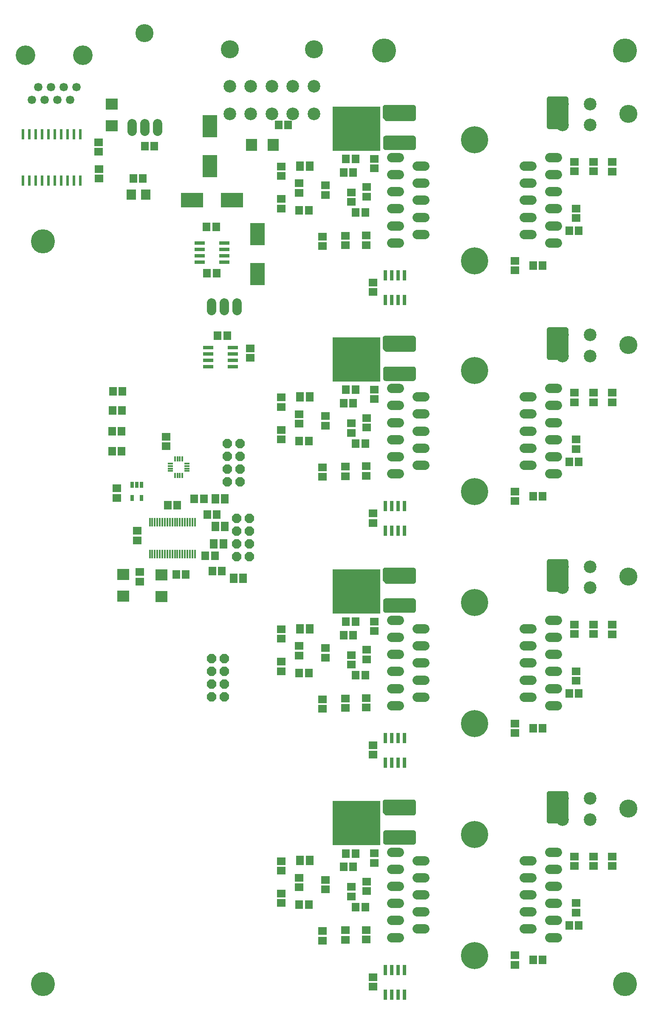
<source format=gbr>
G04 EAGLE Gerber RS-274X export*
G75*
%MOMM*%
%FSLAX34Y34*%
%LPD*%
%INSoldermask Top*%
%IPPOS*%
%AMOC8*
5,1,8,0,0,1.08239X$1,22.5*%
G01*
%ADD10C,4.800000*%
%ADD11C,3.600000*%
%ADD12R,1.760000X1.560000*%
%ADD13R,1.560000X1.760000*%
%ADD14C,1.828800*%
%ADD15R,1.060000X0.360000*%
%ADD16R,0.360000X1.060000*%
%ADD17R,0.612963X2.023363*%
%ADD18R,2.020819X0.718919*%
%ADD19R,0.360000X1.760000*%
%ADD20R,0.660000X1.310000*%
%ADD21R,1.560000X1.860000*%
%ADD22R,1.920000X2.123000*%
%ADD23C,1.689600*%
%ADD24C,3.901438*%
%ADD25R,3.000000X4.500000*%
%ADD26R,4.500000X3.000000*%
%ADD27R,2.243997X2.373997*%
%ADD28R,2.373997X2.243997*%
%ADD29P,1.979475X8X292.500000*%
%ADD30C,2.520000*%
%ADD31R,0.718919X2.020819*%
%ADD32R,4.134000X1.944000*%
%ADD33R,9.510000X8.870000*%
%ADD34C,5.400000*%
%ADD35P,1.979475X8X112.500000*%

G36*
X1112185Y1774012D02*
X1112185Y1774012D01*
X1112370Y1774014D01*
X1112500Y1774032D01*
X1112631Y1774041D01*
X1112812Y1774076D01*
X1112996Y1774101D01*
X1113122Y1774135D01*
X1113252Y1774160D01*
X1113428Y1774218D01*
X1113606Y1774266D01*
X1113727Y1774316D01*
X1113852Y1774357D01*
X1114020Y1774436D01*
X1114190Y1774506D01*
X1114305Y1774571D01*
X1114423Y1774627D01*
X1114579Y1774727D01*
X1114740Y1774819D01*
X1114845Y1774897D01*
X1114956Y1774968D01*
X1115098Y1775087D01*
X1115246Y1775198D01*
X1115340Y1775289D01*
X1115441Y1775373D01*
X1115567Y1775509D01*
X1115700Y1775638D01*
X1115782Y1775740D01*
X1115871Y1775837D01*
X1115979Y1775987D01*
X1116094Y1776131D01*
X1116163Y1776244D01*
X1116239Y1776350D01*
X1116327Y1776513D01*
X1116424Y1776671D01*
X1116477Y1776791D01*
X1116540Y1776906D01*
X1116606Y1777079D01*
X1116682Y1777248D01*
X1116720Y1777373D01*
X1116768Y1777496D01*
X1116812Y1777676D01*
X1116866Y1777853D01*
X1116888Y1777982D01*
X1116919Y1778110D01*
X1116941Y1778293D01*
X1116972Y1778476D01*
X1116980Y1778629D01*
X1116992Y1778737D01*
X1116991Y1778846D01*
X1116999Y1779000D01*
X1116999Y1834000D01*
X1116988Y1834185D01*
X1116986Y1834370D01*
X1116968Y1834500D01*
X1116959Y1834631D01*
X1116924Y1834812D01*
X1116899Y1834996D01*
X1116865Y1835122D01*
X1116840Y1835252D01*
X1116782Y1835428D01*
X1116734Y1835606D01*
X1116684Y1835727D01*
X1116643Y1835852D01*
X1116564Y1836020D01*
X1116494Y1836190D01*
X1116429Y1836305D01*
X1116373Y1836423D01*
X1116273Y1836579D01*
X1116182Y1836740D01*
X1116103Y1836845D01*
X1116032Y1836956D01*
X1115913Y1837098D01*
X1115802Y1837246D01*
X1115711Y1837340D01*
X1115627Y1837441D01*
X1115491Y1837567D01*
X1115362Y1837700D01*
X1115260Y1837782D01*
X1115163Y1837871D01*
X1115013Y1837979D01*
X1114869Y1838094D01*
X1114756Y1838163D01*
X1114650Y1838239D01*
X1114487Y1838327D01*
X1114329Y1838424D01*
X1114209Y1838477D01*
X1114094Y1838540D01*
X1113921Y1838606D01*
X1113752Y1838682D01*
X1113627Y1838720D01*
X1113504Y1838768D01*
X1113324Y1838812D01*
X1113147Y1838866D01*
X1113018Y1838888D01*
X1112890Y1838919D01*
X1112707Y1838941D01*
X1112524Y1838972D01*
X1112371Y1838980D01*
X1112263Y1838992D01*
X1112154Y1838991D01*
X1112000Y1838999D01*
X1079000Y1838999D01*
X1078815Y1838988D01*
X1078630Y1838986D01*
X1078500Y1838968D01*
X1078369Y1838959D01*
X1078188Y1838924D01*
X1078004Y1838899D01*
X1077878Y1838865D01*
X1077748Y1838840D01*
X1077572Y1838782D01*
X1077394Y1838734D01*
X1077273Y1838684D01*
X1077148Y1838643D01*
X1076980Y1838564D01*
X1076810Y1838494D01*
X1076695Y1838429D01*
X1076577Y1838373D01*
X1076421Y1838273D01*
X1076260Y1838182D01*
X1076155Y1838103D01*
X1076044Y1838032D01*
X1075902Y1837913D01*
X1075754Y1837802D01*
X1075660Y1837711D01*
X1075559Y1837627D01*
X1075433Y1837491D01*
X1075300Y1837362D01*
X1075218Y1837260D01*
X1075129Y1837163D01*
X1075021Y1837013D01*
X1074906Y1836869D01*
X1074837Y1836756D01*
X1074761Y1836650D01*
X1074673Y1836487D01*
X1074576Y1836329D01*
X1074523Y1836209D01*
X1074460Y1836094D01*
X1074394Y1835921D01*
X1074318Y1835752D01*
X1074280Y1835627D01*
X1074232Y1835504D01*
X1074188Y1835324D01*
X1074134Y1835147D01*
X1074112Y1835018D01*
X1074081Y1834890D01*
X1074059Y1834707D01*
X1074028Y1834524D01*
X1074020Y1834371D01*
X1074008Y1834263D01*
X1074008Y1834255D01*
X1074008Y1834254D01*
X1074009Y1834152D01*
X1074001Y1834000D01*
X1074001Y1779000D01*
X1074012Y1778815D01*
X1074014Y1778630D01*
X1074032Y1778500D01*
X1074041Y1778369D01*
X1074076Y1778188D01*
X1074101Y1778004D01*
X1074135Y1777878D01*
X1074160Y1777748D01*
X1074218Y1777572D01*
X1074266Y1777394D01*
X1074316Y1777273D01*
X1074357Y1777148D01*
X1074436Y1776980D01*
X1074506Y1776810D01*
X1074571Y1776695D01*
X1074627Y1776577D01*
X1074727Y1776421D01*
X1074819Y1776260D01*
X1074897Y1776155D01*
X1074968Y1776044D01*
X1075087Y1775902D01*
X1075198Y1775754D01*
X1075289Y1775660D01*
X1075373Y1775559D01*
X1075509Y1775433D01*
X1075638Y1775300D01*
X1075740Y1775218D01*
X1075837Y1775129D01*
X1075987Y1775021D01*
X1076131Y1774906D01*
X1076244Y1774837D01*
X1076350Y1774761D01*
X1076513Y1774673D01*
X1076671Y1774576D01*
X1076791Y1774523D01*
X1076906Y1774460D01*
X1077079Y1774394D01*
X1077248Y1774318D01*
X1077373Y1774280D01*
X1077496Y1774232D01*
X1077676Y1774188D01*
X1077853Y1774134D01*
X1077982Y1774112D01*
X1078110Y1774081D01*
X1078293Y1774059D01*
X1078476Y1774028D01*
X1078629Y1774020D01*
X1078737Y1774008D01*
X1078846Y1774009D01*
X1079000Y1774001D01*
X1112000Y1774001D01*
X1112185Y1774012D01*
G37*
G36*
X1112185Y1314012D02*
X1112185Y1314012D01*
X1112370Y1314014D01*
X1112500Y1314032D01*
X1112631Y1314041D01*
X1112812Y1314076D01*
X1112996Y1314101D01*
X1113122Y1314135D01*
X1113252Y1314160D01*
X1113428Y1314218D01*
X1113606Y1314266D01*
X1113727Y1314316D01*
X1113852Y1314357D01*
X1114020Y1314436D01*
X1114190Y1314506D01*
X1114305Y1314571D01*
X1114423Y1314627D01*
X1114579Y1314727D01*
X1114740Y1314819D01*
X1114845Y1314897D01*
X1114956Y1314968D01*
X1115098Y1315087D01*
X1115246Y1315198D01*
X1115340Y1315289D01*
X1115441Y1315373D01*
X1115567Y1315509D01*
X1115700Y1315638D01*
X1115782Y1315740D01*
X1115871Y1315837D01*
X1115979Y1315987D01*
X1116094Y1316131D01*
X1116163Y1316244D01*
X1116239Y1316350D01*
X1116327Y1316513D01*
X1116424Y1316671D01*
X1116477Y1316791D01*
X1116540Y1316906D01*
X1116606Y1317079D01*
X1116682Y1317248D01*
X1116720Y1317373D01*
X1116768Y1317496D01*
X1116812Y1317676D01*
X1116866Y1317853D01*
X1116888Y1317982D01*
X1116919Y1318110D01*
X1116941Y1318293D01*
X1116972Y1318476D01*
X1116980Y1318629D01*
X1116992Y1318737D01*
X1116991Y1318846D01*
X1116999Y1319000D01*
X1116999Y1374000D01*
X1116988Y1374185D01*
X1116986Y1374370D01*
X1116968Y1374500D01*
X1116959Y1374631D01*
X1116924Y1374812D01*
X1116899Y1374996D01*
X1116865Y1375122D01*
X1116840Y1375252D01*
X1116782Y1375428D01*
X1116734Y1375606D01*
X1116684Y1375727D01*
X1116643Y1375852D01*
X1116564Y1376020D01*
X1116494Y1376190D01*
X1116429Y1376305D01*
X1116373Y1376423D01*
X1116273Y1376579D01*
X1116182Y1376740D01*
X1116103Y1376845D01*
X1116032Y1376956D01*
X1115913Y1377098D01*
X1115802Y1377246D01*
X1115711Y1377340D01*
X1115627Y1377441D01*
X1115491Y1377567D01*
X1115362Y1377700D01*
X1115260Y1377782D01*
X1115163Y1377871D01*
X1115013Y1377979D01*
X1114869Y1378094D01*
X1114756Y1378163D01*
X1114650Y1378239D01*
X1114487Y1378327D01*
X1114329Y1378424D01*
X1114209Y1378477D01*
X1114094Y1378540D01*
X1113921Y1378606D01*
X1113752Y1378682D01*
X1113627Y1378720D01*
X1113504Y1378768D01*
X1113324Y1378812D01*
X1113147Y1378866D01*
X1113018Y1378888D01*
X1112890Y1378919D01*
X1112707Y1378941D01*
X1112524Y1378972D01*
X1112371Y1378980D01*
X1112263Y1378992D01*
X1112154Y1378991D01*
X1112000Y1378999D01*
X1079000Y1378999D01*
X1078815Y1378988D01*
X1078630Y1378986D01*
X1078500Y1378968D01*
X1078369Y1378959D01*
X1078188Y1378924D01*
X1078004Y1378899D01*
X1077878Y1378865D01*
X1077748Y1378840D01*
X1077572Y1378782D01*
X1077394Y1378734D01*
X1077273Y1378684D01*
X1077148Y1378643D01*
X1076980Y1378564D01*
X1076810Y1378494D01*
X1076695Y1378429D01*
X1076577Y1378373D01*
X1076421Y1378273D01*
X1076260Y1378182D01*
X1076155Y1378103D01*
X1076044Y1378032D01*
X1075902Y1377913D01*
X1075754Y1377802D01*
X1075660Y1377711D01*
X1075559Y1377627D01*
X1075433Y1377491D01*
X1075300Y1377362D01*
X1075218Y1377260D01*
X1075129Y1377163D01*
X1075021Y1377013D01*
X1074906Y1376869D01*
X1074837Y1376756D01*
X1074761Y1376650D01*
X1074673Y1376487D01*
X1074576Y1376329D01*
X1074523Y1376209D01*
X1074460Y1376094D01*
X1074394Y1375921D01*
X1074318Y1375752D01*
X1074280Y1375627D01*
X1074232Y1375504D01*
X1074188Y1375324D01*
X1074134Y1375147D01*
X1074112Y1375018D01*
X1074081Y1374890D01*
X1074059Y1374707D01*
X1074028Y1374524D01*
X1074020Y1374371D01*
X1074008Y1374263D01*
X1074008Y1374255D01*
X1074008Y1374254D01*
X1074009Y1374152D01*
X1074001Y1374000D01*
X1074001Y1319000D01*
X1074012Y1318815D01*
X1074014Y1318630D01*
X1074032Y1318500D01*
X1074041Y1318369D01*
X1074076Y1318188D01*
X1074101Y1318004D01*
X1074135Y1317878D01*
X1074160Y1317748D01*
X1074218Y1317572D01*
X1074266Y1317394D01*
X1074316Y1317273D01*
X1074357Y1317148D01*
X1074436Y1316980D01*
X1074506Y1316810D01*
X1074571Y1316695D01*
X1074627Y1316577D01*
X1074727Y1316421D01*
X1074819Y1316260D01*
X1074897Y1316155D01*
X1074968Y1316044D01*
X1075087Y1315902D01*
X1075198Y1315754D01*
X1075289Y1315660D01*
X1075373Y1315559D01*
X1075509Y1315433D01*
X1075638Y1315300D01*
X1075740Y1315218D01*
X1075837Y1315129D01*
X1075987Y1315021D01*
X1076131Y1314906D01*
X1076244Y1314837D01*
X1076350Y1314761D01*
X1076513Y1314673D01*
X1076671Y1314576D01*
X1076791Y1314523D01*
X1076906Y1314460D01*
X1077079Y1314394D01*
X1077248Y1314318D01*
X1077373Y1314280D01*
X1077496Y1314232D01*
X1077676Y1314188D01*
X1077853Y1314134D01*
X1077982Y1314112D01*
X1078110Y1314081D01*
X1078293Y1314059D01*
X1078476Y1314028D01*
X1078629Y1314020D01*
X1078737Y1314008D01*
X1078846Y1314009D01*
X1079000Y1314001D01*
X1112000Y1314001D01*
X1112185Y1314012D01*
G37*
G36*
X1112185Y852012D02*
X1112185Y852012D01*
X1112370Y852014D01*
X1112500Y852032D01*
X1112631Y852041D01*
X1112812Y852076D01*
X1112996Y852101D01*
X1113122Y852135D01*
X1113252Y852160D01*
X1113428Y852218D01*
X1113606Y852266D01*
X1113727Y852316D01*
X1113852Y852357D01*
X1114020Y852436D01*
X1114190Y852506D01*
X1114305Y852571D01*
X1114423Y852627D01*
X1114579Y852727D01*
X1114740Y852819D01*
X1114845Y852897D01*
X1114956Y852968D01*
X1115098Y853087D01*
X1115246Y853198D01*
X1115340Y853289D01*
X1115441Y853373D01*
X1115567Y853509D01*
X1115700Y853638D01*
X1115782Y853740D01*
X1115871Y853837D01*
X1115979Y853987D01*
X1116094Y854131D01*
X1116163Y854244D01*
X1116239Y854350D01*
X1116327Y854513D01*
X1116424Y854671D01*
X1116477Y854791D01*
X1116540Y854906D01*
X1116606Y855079D01*
X1116682Y855248D01*
X1116720Y855373D01*
X1116768Y855496D01*
X1116812Y855676D01*
X1116866Y855853D01*
X1116888Y855982D01*
X1116919Y856110D01*
X1116941Y856293D01*
X1116972Y856476D01*
X1116980Y856629D01*
X1116992Y856737D01*
X1116991Y856846D01*
X1116999Y857000D01*
X1116999Y912000D01*
X1116988Y912185D01*
X1116986Y912370D01*
X1116968Y912500D01*
X1116959Y912631D01*
X1116924Y912812D01*
X1116899Y912996D01*
X1116865Y913122D01*
X1116840Y913252D01*
X1116782Y913428D01*
X1116734Y913606D01*
X1116684Y913727D01*
X1116643Y913852D01*
X1116564Y914020D01*
X1116494Y914190D01*
X1116429Y914305D01*
X1116373Y914423D01*
X1116273Y914579D01*
X1116182Y914740D01*
X1116103Y914845D01*
X1116032Y914956D01*
X1115913Y915098D01*
X1115802Y915246D01*
X1115711Y915340D01*
X1115627Y915441D01*
X1115491Y915567D01*
X1115362Y915700D01*
X1115260Y915782D01*
X1115163Y915871D01*
X1115013Y915979D01*
X1114869Y916094D01*
X1114756Y916163D01*
X1114650Y916239D01*
X1114487Y916327D01*
X1114329Y916424D01*
X1114209Y916477D01*
X1114094Y916540D01*
X1113921Y916606D01*
X1113752Y916682D01*
X1113627Y916720D01*
X1113504Y916768D01*
X1113324Y916812D01*
X1113147Y916866D01*
X1113018Y916888D01*
X1112890Y916919D01*
X1112707Y916941D01*
X1112524Y916972D01*
X1112371Y916980D01*
X1112263Y916992D01*
X1112154Y916991D01*
X1112000Y916999D01*
X1079000Y916999D01*
X1078815Y916988D01*
X1078630Y916986D01*
X1078500Y916968D01*
X1078369Y916959D01*
X1078188Y916924D01*
X1078004Y916899D01*
X1077878Y916865D01*
X1077748Y916840D01*
X1077572Y916782D01*
X1077394Y916734D01*
X1077273Y916684D01*
X1077148Y916643D01*
X1076980Y916564D01*
X1076810Y916494D01*
X1076695Y916429D01*
X1076577Y916373D01*
X1076421Y916273D01*
X1076260Y916182D01*
X1076155Y916103D01*
X1076044Y916032D01*
X1075902Y915913D01*
X1075754Y915802D01*
X1075660Y915711D01*
X1075559Y915627D01*
X1075433Y915491D01*
X1075300Y915362D01*
X1075218Y915260D01*
X1075129Y915163D01*
X1075021Y915013D01*
X1074906Y914869D01*
X1074837Y914756D01*
X1074761Y914650D01*
X1074673Y914487D01*
X1074576Y914329D01*
X1074523Y914209D01*
X1074460Y914094D01*
X1074394Y913921D01*
X1074318Y913752D01*
X1074280Y913627D01*
X1074232Y913504D01*
X1074188Y913324D01*
X1074134Y913147D01*
X1074112Y913018D01*
X1074081Y912890D01*
X1074059Y912707D01*
X1074028Y912524D01*
X1074020Y912371D01*
X1074008Y912263D01*
X1074008Y912255D01*
X1074008Y912254D01*
X1074009Y912152D01*
X1074001Y912000D01*
X1074001Y857000D01*
X1074012Y856815D01*
X1074014Y856630D01*
X1074032Y856500D01*
X1074041Y856369D01*
X1074076Y856188D01*
X1074101Y856004D01*
X1074135Y855878D01*
X1074160Y855748D01*
X1074218Y855572D01*
X1074266Y855394D01*
X1074316Y855273D01*
X1074357Y855148D01*
X1074436Y854980D01*
X1074506Y854810D01*
X1074571Y854695D01*
X1074627Y854577D01*
X1074727Y854421D01*
X1074819Y854260D01*
X1074897Y854155D01*
X1074968Y854044D01*
X1075087Y853902D01*
X1075198Y853754D01*
X1075289Y853660D01*
X1075373Y853559D01*
X1075509Y853433D01*
X1075638Y853300D01*
X1075740Y853218D01*
X1075837Y853129D01*
X1075987Y853021D01*
X1076131Y852906D01*
X1076244Y852837D01*
X1076350Y852761D01*
X1076513Y852673D01*
X1076671Y852576D01*
X1076791Y852523D01*
X1076906Y852460D01*
X1077079Y852394D01*
X1077248Y852318D01*
X1077373Y852280D01*
X1077496Y852232D01*
X1077676Y852188D01*
X1077853Y852134D01*
X1077982Y852112D01*
X1078110Y852081D01*
X1078293Y852059D01*
X1078476Y852028D01*
X1078629Y852020D01*
X1078737Y852008D01*
X1078846Y852009D01*
X1079000Y852001D01*
X1112000Y852001D01*
X1112185Y852012D01*
G37*
G36*
X1112185Y390012D02*
X1112185Y390012D01*
X1112370Y390014D01*
X1112500Y390032D01*
X1112631Y390041D01*
X1112812Y390076D01*
X1112996Y390101D01*
X1113122Y390135D01*
X1113252Y390160D01*
X1113428Y390218D01*
X1113606Y390266D01*
X1113727Y390316D01*
X1113852Y390357D01*
X1114020Y390436D01*
X1114190Y390506D01*
X1114305Y390571D01*
X1114423Y390627D01*
X1114579Y390727D01*
X1114740Y390819D01*
X1114845Y390897D01*
X1114956Y390968D01*
X1115098Y391087D01*
X1115246Y391198D01*
X1115340Y391289D01*
X1115441Y391373D01*
X1115567Y391509D01*
X1115700Y391638D01*
X1115782Y391740D01*
X1115871Y391837D01*
X1115979Y391987D01*
X1116094Y392131D01*
X1116163Y392244D01*
X1116239Y392350D01*
X1116327Y392513D01*
X1116424Y392671D01*
X1116477Y392791D01*
X1116540Y392906D01*
X1116606Y393079D01*
X1116682Y393248D01*
X1116720Y393373D01*
X1116768Y393496D01*
X1116812Y393676D01*
X1116866Y393853D01*
X1116888Y393982D01*
X1116919Y394110D01*
X1116941Y394293D01*
X1116972Y394476D01*
X1116980Y394629D01*
X1116992Y394737D01*
X1116991Y394846D01*
X1116999Y395000D01*
X1116999Y450000D01*
X1116988Y450185D01*
X1116986Y450370D01*
X1116968Y450500D01*
X1116959Y450631D01*
X1116924Y450812D01*
X1116899Y450996D01*
X1116865Y451122D01*
X1116840Y451252D01*
X1116782Y451428D01*
X1116734Y451606D01*
X1116684Y451727D01*
X1116643Y451852D01*
X1116564Y452020D01*
X1116494Y452190D01*
X1116429Y452305D01*
X1116373Y452423D01*
X1116273Y452579D01*
X1116182Y452740D01*
X1116103Y452845D01*
X1116032Y452956D01*
X1115913Y453098D01*
X1115802Y453246D01*
X1115711Y453340D01*
X1115627Y453441D01*
X1115491Y453567D01*
X1115362Y453700D01*
X1115260Y453782D01*
X1115163Y453871D01*
X1115013Y453979D01*
X1114869Y454094D01*
X1114756Y454163D01*
X1114650Y454239D01*
X1114487Y454327D01*
X1114329Y454424D01*
X1114209Y454477D01*
X1114094Y454540D01*
X1113921Y454606D01*
X1113752Y454682D01*
X1113627Y454720D01*
X1113504Y454768D01*
X1113324Y454812D01*
X1113147Y454866D01*
X1113018Y454888D01*
X1112890Y454919D01*
X1112707Y454941D01*
X1112524Y454972D01*
X1112371Y454980D01*
X1112263Y454992D01*
X1112154Y454991D01*
X1112000Y454999D01*
X1079000Y454999D01*
X1078815Y454988D01*
X1078630Y454986D01*
X1078500Y454968D01*
X1078369Y454959D01*
X1078188Y454924D01*
X1078004Y454899D01*
X1077878Y454865D01*
X1077748Y454840D01*
X1077572Y454782D01*
X1077394Y454734D01*
X1077273Y454684D01*
X1077148Y454643D01*
X1076980Y454564D01*
X1076810Y454494D01*
X1076695Y454429D01*
X1076577Y454373D01*
X1076421Y454273D01*
X1076260Y454182D01*
X1076155Y454103D01*
X1076044Y454032D01*
X1075902Y453913D01*
X1075754Y453802D01*
X1075660Y453711D01*
X1075559Y453627D01*
X1075433Y453491D01*
X1075300Y453362D01*
X1075218Y453260D01*
X1075129Y453163D01*
X1075021Y453013D01*
X1074906Y452869D01*
X1074837Y452756D01*
X1074761Y452650D01*
X1074673Y452487D01*
X1074576Y452329D01*
X1074523Y452209D01*
X1074460Y452094D01*
X1074394Y451921D01*
X1074318Y451752D01*
X1074280Y451627D01*
X1074232Y451504D01*
X1074188Y451324D01*
X1074134Y451147D01*
X1074112Y451018D01*
X1074081Y450890D01*
X1074059Y450707D01*
X1074028Y450524D01*
X1074020Y450371D01*
X1074008Y450263D01*
X1074008Y450255D01*
X1074008Y450254D01*
X1074009Y450152D01*
X1074001Y450000D01*
X1074001Y395000D01*
X1074012Y394815D01*
X1074014Y394630D01*
X1074032Y394500D01*
X1074041Y394369D01*
X1074076Y394188D01*
X1074101Y394004D01*
X1074135Y393878D01*
X1074160Y393748D01*
X1074218Y393572D01*
X1074266Y393394D01*
X1074316Y393273D01*
X1074357Y393148D01*
X1074436Y392980D01*
X1074506Y392810D01*
X1074571Y392695D01*
X1074627Y392577D01*
X1074727Y392421D01*
X1074819Y392260D01*
X1074897Y392155D01*
X1074968Y392044D01*
X1075087Y391902D01*
X1075198Y391754D01*
X1075289Y391660D01*
X1075373Y391559D01*
X1075509Y391433D01*
X1075638Y391300D01*
X1075740Y391218D01*
X1075837Y391129D01*
X1075987Y391021D01*
X1076131Y390906D01*
X1076244Y390837D01*
X1076350Y390761D01*
X1076513Y390673D01*
X1076671Y390576D01*
X1076791Y390523D01*
X1076906Y390460D01*
X1077079Y390394D01*
X1077248Y390318D01*
X1077373Y390280D01*
X1077496Y390232D01*
X1077676Y390188D01*
X1077853Y390134D01*
X1077982Y390112D01*
X1078110Y390081D01*
X1078293Y390059D01*
X1078476Y390028D01*
X1078629Y390020D01*
X1078737Y390008D01*
X1078846Y390009D01*
X1079000Y390001D01*
X1112000Y390001D01*
X1112185Y390012D01*
G37*
G36*
X808185Y1790012D02*
X808185Y1790012D01*
X808370Y1790014D01*
X808500Y1790032D01*
X808631Y1790041D01*
X808812Y1790076D01*
X808996Y1790101D01*
X809122Y1790135D01*
X809252Y1790160D01*
X809428Y1790218D01*
X809606Y1790266D01*
X809727Y1790316D01*
X809852Y1790357D01*
X810020Y1790436D01*
X810190Y1790506D01*
X810305Y1790571D01*
X810423Y1790627D01*
X810579Y1790727D01*
X810740Y1790819D01*
X810845Y1790897D01*
X810956Y1790968D01*
X811098Y1791087D01*
X811246Y1791198D01*
X811340Y1791289D01*
X811441Y1791373D01*
X811567Y1791509D01*
X811700Y1791638D01*
X811782Y1791740D01*
X811871Y1791837D01*
X811979Y1791987D01*
X812094Y1792131D01*
X812163Y1792244D01*
X812239Y1792350D01*
X812327Y1792513D01*
X812424Y1792671D01*
X812477Y1792791D01*
X812540Y1792906D01*
X812606Y1793079D01*
X812682Y1793248D01*
X812720Y1793373D01*
X812768Y1793496D01*
X812812Y1793676D01*
X812866Y1793853D01*
X812888Y1793982D01*
X812919Y1794110D01*
X812941Y1794293D01*
X812972Y1794476D01*
X812980Y1794629D01*
X812992Y1794737D01*
X812991Y1794846D01*
X812999Y1795000D01*
X812999Y1817000D01*
X812988Y1817185D01*
X812986Y1817370D01*
X812968Y1817500D01*
X812959Y1817631D01*
X812924Y1817812D01*
X812899Y1817996D01*
X812865Y1818122D01*
X812840Y1818252D01*
X812782Y1818428D01*
X812734Y1818606D01*
X812684Y1818727D01*
X812643Y1818852D01*
X812564Y1819020D01*
X812494Y1819190D01*
X812429Y1819305D01*
X812373Y1819423D01*
X812273Y1819579D01*
X812182Y1819740D01*
X812103Y1819845D01*
X812032Y1819956D01*
X811913Y1820098D01*
X811802Y1820246D01*
X811711Y1820340D01*
X811627Y1820441D01*
X811491Y1820567D01*
X811362Y1820700D01*
X811260Y1820782D01*
X811163Y1820871D01*
X811013Y1820979D01*
X810869Y1821094D01*
X810756Y1821163D01*
X810650Y1821239D01*
X810487Y1821327D01*
X810329Y1821424D01*
X810209Y1821477D01*
X810094Y1821540D01*
X809921Y1821606D01*
X809752Y1821682D01*
X809627Y1821720D01*
X809504Y1821768D01*
X809324Y1821812D01*
X809147Y1821866D01*
X809018Y1821888D01*
X808890Y1821919D01*
X808707Y1821941D01*
X808524Y1821972D01*
X808371Y1821980D01*
X808263Y1821992D01*
X808154Y1821991D01*
X808000Y1821999D01*
X752000Y1821999D01*
X751815Y1821988D01*
X751630Y1821986D01*
X751500Y1821968D01*
X751369Y1821959D01*
X751188Y1821924D01*
X751004Y1821899D01*
X750878Y1821865D01*
X750748Y1821840D01*
X750572Y1821782D01*
X750394Y1821734D01*
X750273Y1821684D01*
X750148Y1821643D01*
X749980Y1821564D01*
X749810Y1821494D01*
X749695Y1821429D01*
X749577Y1821373D01*
X749421Y1821273D01*
X749260Y1821182D01*
X749155Y1821103D01*
X749044Y1821032D01*
X748902Y1820913D01*
X748754Y1820802D01*
X748660Y1820711D01*
X748559Y1820627D01*
X748433Y1820491D01*
X748300Y1820362D01*
X748218Y1820260D01*
X748129Y1820163D01*
X748021Y1820013D01*
X747906Y1819869D01*
X747837Y1819756D01*
X747761Y1819650D01*
X747673Y1819487D01*
X747576Y1819329D01*
X747523Y1819209D01*
X747460Y1819094D01*
X747394Y1818921D01*
X747318Y1818752D01*
X747280Y1818627D01*
X747232Y1818504D01*
X747188Y1818324D01*
X747134Y1818147D01*
X747112Y1818018D01*
X747081Y1817890D01*
X747059Y1817707D01*
X747028Y1817524D01*
X747020Y1817371D01*
X747008Y1817263D01*
X747009Y1817154D01*
X747001Y1817000D01*
X747001Y1798000D01*
X747008Y1797881D01*
X747006Y1797762D01*
X747028Y1797566D01*
X747041Y1797369D01*
X747063Y1797252D01*
X747076Y1797133D01*
X747123Y1796942D01*
X747160Y1796748D01*
X747197Y1796635D01*
X747225Y1796519D01*
X747295Y1796335D01*
X747357Y1796148D01*
X747408Y1796040D01*
X747450Y1795928D01*
X747543Y1795755D01*
X747627Y1795577D01*
X747692Y1795476D01*
X747748Y1795371D01*
X747862Y1795210D01*
X747968Y1795044D01*
X748045Y1794952D01*
X748114Y1794855D01*
X748284Y1794667D01*
X748373Y1794559D01*
X748416Y1794520D01*
X748465Y1794465D01*
X751465Y1791465D01*
X751554Y1791386D01*
X751638Y1791300D01*
X751792Y1791177D01*
X751939Y1791047D01*
X752038Y1790980D01*
X752131Y1790906D01*
X752300Y1790803D01*
X752463Y1790693D01*
X752569Y1790639D01*
X752671Y1790576D01*
X752851Y1790496D01*
X753026Y1790407D01*
X753139Y1790367D01*
X753248Y1790318D01*
X753436Y1790261D01*
X753622Y1790195D01*
X753738Y1790169D01*
X753853Y1790134D01*
X754047Y1790101D01*
X754239Y1790059D01*
X754358Y1790048D01*
X754476Y1790028D01*
X754729Y1790015D01*
X754869Y1790002D01*
X754927Y1790005D01*
X755000Y1790001D01*
X808000Y1790001D01*
X808185Y1790012D01*
G37*
G36*
X808185Y1330012D02*
X808185Y1330012D01*
X808370Y1330014D01*
X808500Y1330032D01*
X808631Y1330041D01*
X808812Y1330076D01*
X808996Y1330101D01*
X809122Y1330135D01*
X809252Y1330160D01*
X809428Y1330218D01*
X809606Y1330266D01*
X809727Y1330316D01*
X809852Y1330357D01*
X810020Y1330436D01*
X810190Y1330506D01*
X810305Y1330571D01*
X810423Y1330627D01*
X810579Y1330727D01*
X810740Y1330819D01*
X810845Y1330897D01*
X810956Y1330968D01*
X811098Y1331087D01*
X811246Y1331198D01*
X811340Y1331289D01*
X811441Y1331373D01*
X811567Y1331509D01*
X811700Y1331638D01*
X811782Y1331740D01*
X811871Y1331837D01*
X811979Y1331987D01*
X812094Y1332131D01*
X812163Y1332244D01*
X812239Y1332350D01*
X812327Y1332513D01*
X812424Y1332671D01*
X812477Y1332791D01*
X812540Y1332906D01*
X812606Y1333079D01*
X812682Y1333248D01*
X812720Y1333373D01*
X812768Y1333496D01*
X812812Y1333676D01*
X812866Y1333853D01*
X812888Y1333982D01*
X812919Y1334110D01*
X812941Y1334293D01*
X812972Y1334476D01*
X812980Y1334629D01*
X812992Y1334737D01*
X812991Y1334846D01*
X812999Y1335000D01*
X812999Y1357000D01*
X812988Y1357185D01*
X812986Y1357370D01*
X812968Y1357500D01*
X812959Y1357631D01*
X812924Y1357812D01*
X812899Y1357996D01*
X812865Y1358122D01*
X812840Y1358252D01*
X812782Y1358428D01*
X812734Y1358606D01*
X812684Y1358727D01*
X812643Y1358852D01*
X812564Y1359020D01*
X812494Y1359190D01*
X812429Y1359305D01*
X812373Y1359423D01*
X812273Y1359579D01*
X812182Y1359740D01*
X812103Y1359845D01*
X812032Y1359956D01*
X811913Y1360098D01*
X811802Y1360246D01*
X811711Y1360340D01*
X811627Y1360441D01*
X811491Y1360567D01*
X811362Y1360700D01*
X811260Y1360782D01*
X811163Y1360871D01*
X811013Y1360979D01*
X810869Y1361094D01*
X810756Y1361163D01*
X810650Y1361239D01*
X810487Y1361327D01*
X810329Y1361424D01*
X810209Y1361477D01*
X810094Y1361540D01*
X809921Y1361606D01*
X809752Y1361682D01*
X809627Y1361720D01*
X809504Y1361768D01*
X809324Y1361812D01*
X809147Y1361866D01*
X809018Y1361888D01*
X808890Y1361919D01*
X808707Y1361941D01*
X808524Y1361972D01*
X808371Y1361980D01*
X808263Y1361992D01*
X808154Y1361991D01*
X808000Y1361999D01*
X752000Y1361999D01*
X751815Y1361988D01*
X751630Y1361986D01*
X751500Y1361968D01*
X751369Y1361959D01*
X751188Y1361924D01*
X751004Y1361899D01*
X750878Y1361865D01*
X750748Y1361840D01*
X750572Y1361782D01*
X750394Y1361734D01*
X750273Y1361684D01*
X750148Y1361643D01*
X749980Y1361564D01*
X749810Y1361494D01*
X749695Y1361429D01*
X749577Y1361373D01*
X749421Y1361273D01*
X749260Y1361182D01*
X749155Y1361103D01*
X749044Y1361032D01*
X748902Y1360913D01*
X748754Y1360802D01*
X748660Y1360711D01*
X748559Y1360627D01*
X748433Y1360491D01*
X748300Y1360362D01*
X748218Y1360260D01*
X748129Y1360163D01*
X748021Y1360013D01*
X747906Y1359869D01*
X747837Y1359756D01*
X747761Y1359650D01*
X747673Y1359487D01*
X747576Y1359329D01*
X747523Y1359209D01*
X747460Y1359094D01*
X747394Y1358921D01*
X747318Y1358752D01*
X747280Y1358627D01*
X747232Y1358504D01*
X747188Y1358324D01*
X747134Y1358147D01*
X747112Y1358018D01*
X747081Y1357890D01*
X747059Y1357707D01*
X747028Y1357524D01*
X747020Y1357371D01*
X747008Y1357263D01*
X747009Y1357154D01*
X747001Y1357000D01*
X747001Y1338000D01*
X747008Y1337881D01*
X747006Y1337762D01*
X747028Y1337566D01*
X747041Y1337369D01*
X747063Y1337252D01*
X747076Y1337133D01*
X747123Y1336942D01*
X747160Y1336748D01*
X747197Y1336635D01*
X747225Y1336519D01*
X747295Y1336335D01*
X747357Y1336148D01*
X747408Y1336040D01*
X747450Y1335928D01*
X747543Y1335755D01*
X747627Y1335577D01*
X747692Y1335476D01*
X747748Y1335371D01*
X747862Y1335210D01*
X747968Y1335044D01*
X748045Y1334952D01*
X748114Y1334855D01*
X748284Y1334667D01*
X748373Y1334559D01*
X748416Y1334520D01*
X748465Y1334465D01*
X751465Y1331465D01*
X751554Y1331386D01*
X751638Y1331300D01*
X751792Y1331177D01*
X751939Y1331047D01*
X752038Y1330980D01*
X752131Y1330906D01*
X752300Y1330803D01*
X752463Y1330693D01*
X752569Y1330639D01*
X752671Y1330576D01*
X752851Y1330496D01*
X753026Y1330407D01*
X753139Y1330367D01*
X753248Y1330318D01*
X753436Y1330261D01*
X753622Y1330195D01*
X753738Y1330169D01*
X753853Y1330134D01*
X754047Y1330101D01*
X754239Y1330059D01*
X754358Y1330048D01*
X754476Y1330028D01*
X754729Y1330015D01*
X754869Y1330002D01*
X754927Y1330005D01*
X755000Y1330001D01*
X808000Y1330001D01*
X808185Y1330012D01*
G37*
G36*
X808185Y868012D02*
X808185Y868012D01*
X808370Y868014D01*
X808500Y868032D01*
X808631Y868041D01*
X808812Y868076D01*
X808996Y868101D01*
X809122Y868135D01*
X809252Y868160D01*
X809428Y868218D01*
X809606Y868266D01*
X809727Y868316D01*
X809852Y868357D01*
X810020Y868436D01*
X810190Y868506D01*
X810305Y868571D01*
X810423Y868627D01*
X810579Y868727D01*
X810740Y868819D01*
X810845Y868897D01*
X810956Y868968D01*
X811098Y869087D01*
X811246Y869198D01*
X811340Y869289D01*
X811441Y869373D01*
X811567Y869509D01*
X811700Y869638D01*
X811782Y869740D01*
X811871Y869837D01*
X811979Y869987D01*
X812094Y870131D01*
X812163Y870244D01*
X812239Y870350D01*
X812327Y870513D01*
X812424Y870671D01*
X812477Y870791D01*
X812540Y870906D01*
X812606Y871079D01*
X812682Y871248D01*
X812720Y871373D01*
X812768Y871496D01*
X812812Y871676D01*
X812866Y871853D01*
X812888Y871982D01*
X812919Y872110D01*
X812941Y872293D01*
X812972Y872476D01*
X812980Y872629D01*
X812992Y872737D01*
X812991Y872846D01*
X812999Y873000D01*
X812999Y895000D01*
X812988Y895185D01*
X812986Y895370D01*
X812968Y895500D01*
X812959Y895631D01*
X812924Y895812D01*
X812899Y895996D01*
X812865Y896122D01*
X812840Y896252D01*
X812782Y896428D01*
X812734Y896606D01*
X812684Y896727D01*
X812643Y896852D01*
X812564Y897020D01*
X812494Y897190D01*
X812429Y897305D01*
X812373Y897423D01*
X812273Y897579D01*
X812182Y897740D01*
X812103Y897845D01*
X812032Y897956D01*
X811913Y898098D01*
X811802Y898246D01*
X811711Y898340D01*
X811627Y898441D01*
X811491Y898567D01*
X811362Y898700D01*
X811260Y898782D01*
X811163Y898871D01*
X811013Y898979D01*
X810869Y899094D01*
X810756Y899163D01*
X810650Y899239D01*
X810487Y899327D01*
X810329Y899424D01*
X810209Y899477D01*
X810094Y899540D01*
X809921Y899606D01*
X809752Y899682D01*
X809627Y899720D01*
X809504Y899768D01*
X809324Y899812D01*
X809147Y899866D01*
X809018Y899888D01*
X808890Y899919D01*
X808707Y899941D01*
X808524Y899972D01*
X808371Y899980D01*
X808263Y899992D01*
X808154Y899991D01*
X808000Y899999D01*
X752000Y899999D01*
X751815Y899988D01*
X751630Y899986D01*
X751500Y899968D01*
X751369Y899959D01*
X751188Y899924D01*
X751004Y899899D01*
X750878Y899865D01*
X750748Y899840D01*
X750572Y899782D01*
X750394Y899734D01*
X750273Y899684D01*
X750148Y899643D01*
X749980Y899564D01*
X749810Y899494D01*
X749695Y899429D01*
X749577Y899373D01*
X749421Y899273D01*
X749260Y899182D01*
X749155Y899103D01*
X749044Y899032D01*
X748902Y898913D01*
X748754Y898802D01*
X748660Y898711D01*
X748559Y898627D01*
X748433Y898491D01*
X748300Y898362D01*
X748218Y898260D01*
X748129Y898163D01*
X748021Y898013D01*
X747906Y897869D01*
X747837Y897756D01*
X747761Y897650D01*
X747673Y897487D01*
X747576Y897329D01*
X747523Y897209D01*
X747460Y897094D01*
X747394Y896921D01*
X747318Y896752D01*
X747280Y896627D01*
X747232Y896504D01*
X747188Y896324D01*
X747134Y896147D01*
X747112Y896018D01*
X747081Y895890D01*
X747059Y895707D01*
X747028Y895524D01*
X747020Y895371D01*
X747008Y895263D01*
X747009Y895154D01*
X747001Y895000D01*
X747001Y876000D01*
X747008Y875881D01*
X747006Y875762D01*
X747028Y875566D01*
X747041Y875369D01*
X747063Y875252D01*
X747076Y875133D01*
X747123Y874942D01*
X747160Y874748D01*
X747197Y874635D01*
X747225Y874519D01*
X747295Y874335D01*
X747357Y874148D01*
X747408Y874040D01*
X747450Y873928D01*
X747543Y873755D01*
X747627Y873577D01*
X747692Y873476D01*
X747748Y873371D01*
X747862Y873210D01*
X747968Y873044D01*
X748045Y872952D01*
X748114Y872855D01*
X748284Y872667D01*
X748373Y872559D01*
X748416Y872520D01*
X748465Y872465D01*
X751465Y869465D01*
X751554Y869386D01*
X751638Y869300D01*
X751792Y869177D01*
X751939Y869047D01*
X752038Y868980D01*
X752131Y868906D01*
X752300Y868803D01*
X752463Y868693D01*
X752569Y868639D01*
X752671Y868576D01*
X752851Y868496D01*
X753026Y868407D01*
X753139Y868367D01*
X753248Y868318D01*
X753436Y868261D01*
X753622Y868195D01*
X753738Y868169D01*
X753853Y868134D01*
X754047Y868101D01*
X754239Y868059D01*
X754358Y868048D01*
X754476Y868028D01*
X754729Y868015D01*
X754869Y868002D01*
X754927Y868005D01*
X755000Y868001D01*
X808000Y868001D01*
X808185Y868012D01*
G37*
G36*
X808185Y406012D02*
X808185Y406012D01*
X808370Y406014D01*
X808500Y406032D01*
X808631Y406041D01*
X808812Y406076D01*
X808996Y406101D01*
X809122Y406135D01*
X809252Y406160D01*
X809428Y406218D01*
X809606Y406266D01*
X809727Y406316D01*
X809852Y406357D01*
X810020Y406436D01*
X810190Y406506D01*
X810305Y406571D01*
X810423Y406627D01*
X810579Y406727D01*
X810740Y406819D01*
X810845Y406897D01*
X810956Y406968D01*
X811098Y407087D01*
X811246Y407198D01*
X811340Y407289D01*
X811441Y407373D01*
X811567Y407509D01*
X811700Y407638D01*
X811782Y407740D01*
X811871Y407837D01*
X811979Y407987D01*
X812094Y408131D01*
X812163Y408244D01*
X812239Y408350D01*
X812327Y408513D01*
X812424Y408671D01*
X812477Y408791D01*
X812540Y408906D01*
X812606Y409079D01*
X812682Y409248D01*
X812720Y409373D01*
X812768Y409496D01*
X812812Y409676D01*
X812866Y409853D01*
X812888Y409982D01*
X812919Y410110D01*
X812941Y410293D01*
X812972Y410476D01*
X812980Y410629D01*
X812992Y410737D01*
X812991Y410846D01*
X812999Y411000D01*
X812999Y433000D01*
X812988Y433185D01*
X812986Y433370D01*
X812968Y433500D01*
X812959Y433631D01*
X812924Y433812D01*
X812899Y433996D01*
X812865Y434122D01*
X812840Y434252D01*
X812782Y434428D01*
X812734Y434606D01*
X812684Y434727D01*
X812643Y434852D01*
X812564Y435020D01*
X812494Y435190D01*
X812429Y435305D01*
X812373Y435423D01*
X812273Y435579D01*
X812182Y435740D01*
X812103Y435845D01*
X812032Y435956D01*
X811913Y436098D01*
X811802Y436246D01*
X811711Y436340D01*
X811627Y436441D01*
X811491Y436567D01*
X811362Y436700D01*
X811260Y436782D01*
X811163Y436871D01*
X811013Y436979D01*
X810869Y437094D01*
X810756Y437163D01*
X810650Y437239D01*
X810487Y437327D01*
X810329Y437424D01*
X810209Y437477D01*
X810094Y437540D01*
X809921Y437606D01*
X809752Y437682D01*
X809627Y437720D01*
X809504Y437768D01*
X809324Y437812D01*
X809147Y437866D01*
X809018Y437888D01*
X808890Y437919D01*
X808707Y437941D01*
X808524Y437972D01*
X808371Y437980D01*
X808263Y437992D01*
X808154Y437991D01*
X808000Y437999D01*
X752000Y437999D01*
X751815Y437988D01*
X751630Y437986D01*
X751500Y437968D01*
X751369Y437959D01*
X751188Y437924D01*
X751004Y437899D01*
X750878Y437865D01*
X750748Y437840D01*
X750572Y437782D01*
X750394Y437734D01*
X750273Y437684D01*
X750148Y437643D01*
X749980Y437564D01*
X749810Y437494D01*
X749695Y437429D01*
X749577Y437373D01*
X749421Y437273D01*
X749260Y437182D01*
X749155Y437103D01*
X749044Y437032D01*
X748902Y436913D01*
X748754Y436802D01*
X748660Y436711D01*
X748559Y436627D01*
X748433Y436491D01*
X748300Y436362D01*
X748218Y436260D01*
X748129Y436163D01*
X748021Y436013D01*
X747906Y435869D01*
X747837Y435756D01*
X747761Y435650D01*
X747673Y435487D01*
X747576Y435329D01*
X747523Y435209D01*
X747460Y435094D01*
X747394Y434921D01*
X747318Y434752D01*
X747280Y434627D01*
X747232Y434504D01*
X747188Y434324D01*
X747134Y434147D01*
X747112Y434018D01*
X747081Y433890D01*
X747059Y433707D01*
X747028Y433524D01*
X747020Y433371D01*
X747008Y433263D01*
X747009Y433154D01*
X747001Y433000D01*
X747001Y414000D01*
X747008Y413881D01*
X747006Y413762D01*
X747028Y413566D01*
X747041Y413369D01*
X747063Y413252D01*
X747076Y413133D01*
X747123Y412942D01*
X747160Y412748D01*
X747197Y412635D01*
X747225Y412519D01*
X747295Y412335D01*
X747357Y412148D01*
X747408Y412040D01*
X747450Y411928D01*
X747543Y411755D01*
X747627Y411577D01*
X747692Y411476D01*
X747748Y411371D01*
X747862Y411210D01*
X747968Y411044D01*
X748045Y410952D01*
X748114Y410855D01*
X748284Y410667D01*
X748373Y410559D01*
X748416Y410520D01*
X748465Y410465D01*
X751465Y407465D01*
X751554Y407386D01*
X751638Y407300D01*
X751792Y407177D01*
X751939Y407047D01*
X752038Y406980D01*
X752131Y406906D01*
X752300Y406803D01*
X752463Y406693D01*
X752569Y406639D01*
X752671Y406576D01*
X752851Y406496D01*
X753026Y406407D01*
X753139Y406367D01*
X753248Y406318D01*
X753436Y406261D01*
X753622Y406195D01*
X753738Y406169D01*
X753853Y406134D01*
X754047Y406101D01*
X754239Y406059D01*
X754358Y406048D01*
X754476Y406028D01*
X754729Y406015D01*
X754869Y406002D01*
X754927Y406005D01*
X755000Y406001D01*
X808000Y406001D01*
X808185Y406012D01*
G37*
G36*
X808185Y1732012D02*
X808185Y1732012D01*
X808370Y1732014D01*
X808500Y1732032D01*
X808631Y1732041D01*
X808812Y1732076D01*
X808996Y1732101D01*
X809122Y1732135D01*
X809252Y1732160D01*
X809428Y1732218D01*
X809606Y1732266D01*
X809727Y1732316D01*
X809852Y1732357D01*
X810020Y1732436D01*
X810190Y1732506D01*
X810305Y1732571D01*
X810423Y1732627D01*
X810579Y1732727D01*
X810740Y1732819D01*
X810845Y1732897D01*
X810956Y1732968D01*
X811098Y1733087D01*
X811246Y1733198D01*
X811340Y1733289D01*
X811441Y1733373D01*
X811567Y1733509D01*
X811700Y1733638D01*
X811782Y1733740D01*
X811871Y1733837D01*
X811979Y1733987D01*
X812094Y1734131D01*
X812163Y1734244D01*
X812239Y1734350D01*
X812327Y1734513D01*
X812424Y1734671D01*
X812477Y1734791D01*
X812540Y1734906D01*
X812606Y1735079D01*
X812682Y1735248D01*
X812720Y1735373D01*
X812768Y1735496D01*
X812812Y1735676D01*
X812866Y1735853D01*
X812888Y1735982D01*
X812919Y1736110D01*
X812941Y1736293D01*
X812972Y1736476D01*
X812980Y1736629D01*
X812992Y1736737D01*
X812991Y1736846D01*
X812999Y1737000D01*
X812999Y1755667D01*
X812988Y1755851D01*
X812986Y1756036D01*
X812968Y1756166D01*
X812959Y1756297D01*
X812924Y1756479D01*
X812899Y1756662D01*
X812865Y1756789D01*
X812840Y1756918D01*
X812782Y1757094D01*
X812734Y1757273D01*
X812684Y1757394D01*
X812643Y1757519D01*
X812564Y1757686D01*
X812494Y1757857D01*
X812429Y1757971D01*
X812373Y1758090D01*
X812273Y1758246D01*
X812182Y1758407D01*
X812103Y1758512D01*
X812032Y1758622D01*
X811913Y1758765D01*
X811802Y1758912D01*
X811711Y1759007D01*
X811627Y1759108D01*
X811491Y1759233D01*
X811362Y1759366D01*
X811260Y1759448D01*
X811163Y1759538D01*
X811013Y1759645D01*
X810869Y1759761D01*
X810756Y1759830D01*
X810650Y1759906D01*
X810487Y1759994D01*
X810329Y1760090D01*
X810209Y1760144D01*
X810094Y1760206D01*
X809921Y1760273D01*
X809752Y1760349D01*
X809627Y1760387D01*
X809504Y1760434D01*
X809324Y1760479D01*
X809147Y1760532D01*
X809018Y1760554D01*
X808890Y1760586D01*
X808707Y1760607D01*
X808524Y1760638D01*
X808371Y1760646D01*
X808263Y1760659D01*
X808154Y1760658D01*
X808000Y1760666D01*
X753000Y1760666D01*
X752815Y1760654D01*
X752630Y1760652D01*
X752500Y1760634D01*
X752369Y1760626D01*
X752188Y1760591D01*
X752004Y1760566D01*
X751878Y1760532D01*
X751748Y1760507D01*
X751572Y1760449D01*
X751394Y1760401D01*
X751273Y1760351D01*
X751148Y1760310D01*
X750980Y1760231D01*
X750810Y1760160D01*
X750695Y1760096D01*
X750577Y1760039D01*
X750421Y1759939D01*
X750260Y1759848D01*
X750155Y1759769D01*
X750044Y1759699D01*
X749902Y1759580D01*
X749754Y1759469D01*
X749660Y1759378D01*
X749559Y1759293D01*
X749433Y1759158D01*
X749300Y1759029D01*
X749218Y1758926D01*
X749129Y1758830D01*
X749021Y1758680D01*
X748906Y1758535D01*
X748837Y1758423D01*
X748761Y1758316D01*
X748673Y1758154D01*
X748576Y1757996D01*
X748523Y1757876D01*
X748460Y1757760D01*
X748394Y1757588D01*
X748318Y1757419D01*
X748280Y1757293D01*
X748232Y1757171D01*
X748188Y1756991D01*
X748134Y1756814D01*
X748112Y1756684D01*
X748081Y1756557D01*
X748059Y1756374D01*
X748028Y1756191D01*
X748020Y1756037D01*
X748008Y1755929D01*
X748009Y1755820D01*
X748001Y1755667D01*
X748001Y1737000D01*
X748012Y1736815D01*
X748014Y1736630D01*
X748032Y1736500D01*
X748041Y1736369D01*
X748076Y1736188D01*
X748101Y1736004D01*
X748135Y1735878D01*
X748160Y1735748D01*
X748218Y1735572D01*
X748266Y1735394D01*
X748316Y1735273D01*
X748357Y1735148D01*
X748436Y1734980D01*
X748506Y1734810D01*
X748571Y1734695D01*
X748627Y1734577D01*
X748727Y1734421D01*
X748819Y1734260D01*
X748897Y1734155D01*
X748968Y1734044D01*
X749087Y1733902D01*
X749198Y1733754D01*
X749289Y1733660D01*
X749373Y1733559D01*
X749509Y1733433D01*
X749638Y1733300D01*
X749740Y1733218D01*
X749837Y1733129D01*
X749987Y1733021D01*
X750131Y1732906D01*
X750244Y1732837D01*
X750350Y1732761D01*
X750513Y1732673D01*
X750671Y1732576D01*
X750791Y1732523D01*
X750906Y1732460D01*
X751079Y1732394D01*
X751248Y1732318D01*
X751373Y1732280D01*
X751496Y1732232D01*
X751676Y1732188D01*
X751853Y1732134D01*
X751982Y1732112D01*
X752110Y1732081D01*
X752293Y1732059D01*
X752476Y1732028D01*
X752629Y1732020D01*
X752737Y1732008D01*
X752846Y1732009D01*
X753000Y1732001D01*
X808000Y1732001D01*
X808185Y1732012D01*
G37*
G36*
X808185Y1272012D02*
X808185Y1272012D01*
X808370Y1272014D01*
X808500Y1272032D01*
X808631Y1272041D01*
X808812Y1272076D01*
X808996Y1272101D01*
X809122Y1272135D01*
X809252Y1272160D01*
X809428Y1272218D01*
X809606Y1272266D01*
X809727Y1272316D01*
X809852Y1272357D01*
X810020Y1272436D01*
X810190Y1272506D01*
X810305Y1272571D01*
X810423Y1272627D01*
X810579Y1272727D01*
X810740Y1272819D01*
X810845Y1272897D01*
X810956Y1272968D01*
X811098Y1273087D01*
X811246Y1273198D01*
X811340Y1273289D01*
X811441Y1273373D01*
X811567Y1273509D01*
X811700Y1273638D01*
X811782Y1273740D01*
X811871Y1273837D01*
X811979Y1273987D01*
X812094Y1274131D01*
X812163Y1274244D01*
X812239Y1274350D01*
X812327Y1274513D01*
X812424Y1274671D01*
X812477Y1274791D01*
X812540Y1274906D01*
X812606Y1275079D01*
X812682Y1275248D01*
X812720Y1275373D01*
X812768Y1275496D01*
X812812Y1275676D01*
X812866Y1275853D01*
X812888Y1275982D01*
X812919Y1276110D01*
X812941Y1276293D01*
X812972Y1276476D01*
X812980Y1276629D01*
X812992Y1276737D01*
X812991Y1276846D01*
X812999Y1277000D01*
X812999Y1295667D01*
X812988Y1295851D01*
X812986Y1296036D01*
X812968Y1296166D01*
X812959Y1296297D01*
X812924Y1296479D01*
X812899Y1296662D01*
X812865Y1296789D01*
X812840Y1296918D01*
X812782Y1297094D01*
X812734Y1297273D01*
X812684Y1297394D01*
X812643Y1297519D01*
X812564Y1297686D01*
X812494Y1297857D01*
X812429Y1297971D01*
X812373Y1298090D01*
X812273Y1298246D01*
X812182Y1298407D01*
X812103Y1298512D01*
X812032Y1298622D01*
X811913Y1298765D01*
X811802Y1298912D01*
X811711Y1299007D01*
X811627Y1299108D01*
X811491Y1299233D01*
X811362Y1299366D01*
X811260Y1299448D01*
X811163Y1299538D01*
X811013Y1299645D01*
X810869Y1299761D01*
X810756Y1299830D01*
X810650Y1299906D01*
X810487Y1299994D01*
X810329Y1300090D01*
X810209Y1300144D01*
X810094Y1300206D01*
X809921Y1300273D01*
X809752Y1300349D01*
X809627Y1300387D01*
X809504Y1300434D01*
X809324Y1300479D01*
X809147Y1300532D01*
X809018Y1300554D01*
X808890Y1300586D01*
X808707Y1300607D01*
X808524Y1300638D01*
X808371Y1300646D01*
X808263Y1300659D01*
X808154Y1300658D01*
X808000Y1300666D01*
X753000Y1300666D01*
X752815Y1300654D01*
X752630Y1300652D01*
X752500Y1300634D01*
X752369Y1300626D01*
X752188Y1300591D01*
X752004Y1300566D01*
X751878Y1300532D01*
X751748Y1300507D01*
X751572Y1300449D01*
X751394Y1300401D01*
X751273Y1300351D01*
X751148Y1300310D01*
X750980Y1300231D01*
X750810Y1300160D01*
X750695Y1300096D01*
X750577Y1300039D01*
X750421Y1299939D01*
X750260Y1299848D01*
X750155Y1299769D01*
X750044Y1299699D01*
X749902Y1299580D01*
X749754Y1299469D01*
X749660Y1299378D01*
X749559Y1299293D01*
X749433Y1299158D01*
X749300Y1299029D01*
X749218Y1298926D01*
X749129Y1298830D01*
X749021Y1298680D01*
X748906Y1298535D01*
X748837Y1298423D01*
X748761Y1298316D01*
X748673Y1298154D01*
X748576Y1297996D01*
X748523Y1297876D01*
X748460Y1297760D01*
X748394Y1297588D01*
X748318Y1297419D01*
X748280Y1297293D01*
X748232Y1297171D01*
X748188Y1296991D01*
X748134Y1296814D01*
X748112Y1296684D01*
X748081Y1296557D01*
X748059Y1296374D01*
X748028Y1296191D01*
X748020Y1296037D01*
X748008Y1295929D01*
X748009Y1295820D01*
X748001Y1295667D01*
X748001Y1277000D01*
X748012Y1276815D01*
X748014Y1276630D01*
X748032Y1276500D01*
X748041Y1276369D01*
X748076Y1276188D01*
X748101Y1276004D01*
X748135Y1275878D01*
X748160Y1275748D01*
X748218Y1275572D01*
X748266Y1275394D01*
X748316Y1275273D01*
X748357Y1275148D01*
X748436Y1274980D01*
X748506Y1274810D01*
X748571Y1274695D01*
X748627Y1274577D01*
X748727Y1274421D01*
X748819Y1274260D01*
X748897Y1274155D01*
X748968Y1274044D01*
X749087Y1273902D01*
X749198Y1273754D01*
X749289Y1273660D01*
X749373Y1273559D01*
X749509Y1273433D01*
X749638Y1273300D01*
X749740Y1273218D01*
X749837Y1273129D01*
X749987Y1273021D01*
X750131Y1272906D01*
X750244Y1272837D01*
X750350Y1272761D01*
X750513Y1272673D01*
X750671Y1272576D01*
X750791Y1272523D01*
X750906Y1272460D01*
X751079Y1272394D01*
X751248Y1272318D01*
X751373Y1272280D01*
X751496Y1272232D01*
X751676Y1272188D01*
X751853Y1272134D01*
X751982Y1272112D01*
X752110Y1272081D01*
X752293Y1272059D01*
X752476Y1272028D01*
X752629Y1272020D01*
X752737Y1272008D01*
X752846Y1272009D01*
X753000Y1272001D01*
X808000Y1272001D01*
X808185Y1272012D01*
G37*
G36*
X808185Y810012D02*
X808185Y810012D01*
X808370Y810014D01*
X808500Y810032D01*
X808631Y810041D01*
X808812Y810076D01*
X808996Y810101D01*
X809122Y810135D01*
X809252Y810160D01*
X809428Y810218D01*
X809606Y810266D01*
X809727Y810316D01*
X809852Y810357D01*
X810020Y810436D01*
X810190Y810506D01*
X810305Y810571D01*
X810423Y810627D01*
X810579Y810727D01*
X810740Y810819D01*
X810845Y810897D01*
X810956Y810968D01*
X811098Y811087D01*
X811246Y811198D01*
X811340Y811289D01*
X811441Y811373D01*
X811567Y811509D01*
X811700Y811638D01*
X811782Y811740D01*
X811871Y811837D01*
X811979Y811987D01*
X812094Y812131D01*
X812163Y812244D01*
X812239Y812350D01*
X812327Y812513D01*
X812424Y812671D01*
X812477Y812791D01*
X812540Y812906D01*
X812606Y813079D01*
X812682Y813248D01*
X812720Y813373D01*
X812768Y813496D01*
X812812Y813676D01*
X812866Y813853D01*
X812888Y813982D01*
X812919Y814110D01*
X812941Y814293D01*
X812972Y814476D01*
X812980Y814629D01*
X812992Y814737D01*
X812991Y814846D01*
X812999Y815000D01*
X812999Y833667D01*
X812988Y833851D01*
X812986Y834036D01*
X812968Y834166D01*
X812959Y834297D01*
X812924Y834479D01*
X812899Y834662D01*
X812865Y834789D01*
X812840Y834918D01*
X812782Y835094D01*
X812734Y835273D01*
X812684Y835394D01*
X812643Y835519D01*
X812564Y835686D01*
X812494Y835857D01*
X812429Y835971D01*
X812373Y836090D01*
X812273Y836246D01*
X812182Y836407D01*
X812103Y836512D01*
X812032Y836622D01*
X811913Y836765D01*
X811802Y836912D01*
X811711Y837007D01*
X811627Y837108D01*
X811491Y837233D01*
X811362Y837366D01*
X811260Y837448D01*
X811163Y837538D01*
X811013Y837645D01*
X810869Y837761D01*
X810756Y837830D01*
X810650Y837906D01*
X810487Y837994D01*
X810329Y838090D01*
X810209Y838144D01*
X810094Y838206D01*
X809921Y838273D01*
X809752Y838349D01*
X809627Y838387D01*
X809504Y838434D01*
X809324Y838479D01*
X809147Y838532D01*
X809018Y838554D01*
X808890Y838586D01*
X808707Y838607D01*
X808524Y838638D01*
X808371Y838646D01*
X808263Y838659D01*
X808154Y838658D01*
X808000Y838666D01*
X753000Y838666D01*
X752815Y838654D01*
X752630Y838652D01*
X752500Y838634D01*
X752369Y838626D01*
X752188Y838591D01*
X752004Y838566D01*
X751878Y838532D01*
X751748Y838507D01*
X751572Y838449D01*
X751394Y838401D01*
X751273Y838351D01*
X751148Y838310D01*
X750980Y838231D01*
X750810Y838160D01*
X750695Y838096D01*
X750577Y838039D01*
X750421Y837939D01*
X750260Y837848D01*
X750155Y837769D01*
X750044Y837699D01*
X749902Y837580D01*
X749754Y837469D01*
X749660Y837378D01*
X749559Y837293D01*
X749433Y837158D01*
X749300Y837029D01*
X749218Y836926D01*
X749129Y836830D01*
X749021Y836680D01*
X748906Y836535D01*
X748837Y836423D01*
X748761Y836316D01*
X748673Y836154D01*
X748576Y835996D01*
X748523Y835876D01*
X748460Y835760D01*
X748394Y835588D01*
X748318Y835419D01*
X748280Y835293D01*
X748232Y835171D01*
X748188Y834991D01*
X748134Y834814D01*
X748112Y834684D01*
X748081Y834557D01*
X748059Y834374D01*
X748028Y834191D01*
X748020Y834037D01*
X748008Y833929D01*
X748009Y833820D01*
X748001Y833667D01*
X748001Y815000D01*
X748012Y814815D01*
X748014Y814630D01*
X748032Y814500D01*
X748041Y814369D01*
X748076Y814188D01*
X748101Y814004D01*
X748135Y813878D01*
X748160Y813748D01*
X748218Y813572D01*
X748266Y813394D01*
X748316Y813273D01*
X748357Y813148D01*
X748436Y812980D01*
X748506Y812810D01*
X748571Y812695D01*
X748627Y812577D01*
X748727Y812421D01*
X748819Y812260D01*
X748897Y812155D01*
X748968Y812044D01*
X749087Y811902D01*
X749198Y811754D01*
X749289Y811660D01*
X749373Y811559D01*
X749509Y811433D01*
X749638Y811300D01*
X749740Y811218D01*
X749837Y811129D01*
X749987Y811021D01*
X750131Y810906D01*
X750244Y810837D01*
X750350Y810761D01*
X750513Y810673D01*
X750671Y810576D01*
X750791Y810523D01*
X750906Y810460D01*
X751079Y810394D01*
X751248Y810318D01*
X751373Y810280D01*
X751496Y810232D01*
X751676Y810188D01*
X751853Y810134D01*
X751982Y810112D01*
X752110Y810081D01*
X752293Y810059D01*
X752476Y810028D01*
X752629Y810020D01*
X752737Y810008D01*
X752846Y810009D01*
X753000Y810001D01*
X808000Y810001D01*
X808185Y810012D01*
G37*
G36*
X808185Y348012D02*
X808185Y348012D01*
X808370Y348014D01*
X808500Y348032D01*
X808631Y348041D01*
X808812Y348076D01*
X808996Y348101D01*
X809122Y348135D01*
X809252Y348160D01*
X809428Y348218D01*
X809606Y348266D01*
X809727Y348316D01*
X809852Y348357D01*
X810020Y348436D01*
X810190Y348506D01*
X810305Y348571D01*
X810423Y348627D01*
X810579Y348727D01*
X810740Y348819D01*
X810845Y348897D01*
X810956Y348968D01*
X811098Y349087D01*
X811246Y349198D01*
X811340Y349289D01*
X811441Y349373D01*
X811567Y349509D01*
X811700Y349638D01*
X811782Y349740D01*
X811871Y349837D01*
X811979Y349987D01*
X812094Y350131D01*
X812163Y350244D01*
X812239Y350350D01*
X812327Y350513D01*
X812424Y350671D01*
X812477Y350791D01*
X812540Y350906D01*
X812606Y351079D01*
X812682Y351248D01*
X812720Y351373D01*
X812768Y351496D01*
X812812Y351676D01*
X812866Y351853D01*
X812888Y351982D01*
X812919Y352110D01*
X812941Y352293D01*
X812972Y352476D01*
X812980Y352629D01*
X812992Y352737D01*
X812991Y352846D01*
X812999Y353000D01*
X812999Y371667D01*
X812988Y371851D01*
X812986Y372036D01*
X812968Y372166D01*
X812959Y372297D01*
X812924Y372479D01*
X812899Y372662D01*
X812865Y372789D01*
X812840Y372918D01*
X812782Y373094D01*
X812734Y373273D01*
X812684Y373394D01*
X812643Y373519D01*
X812564Y373686D01*
X812494Y373857D01*
X812429Y373971D01*
X812373Y374090D01*
X812273Y374246D01*
X812182Y374407D01*
X812103Y374512D01*
X812032Y374622D01*
X811913Y374765D01*
X811802Y374912D01*
X811711Y375007D01*
X811627Y375108D01*
X811491Y375233D01*
X811362Y375366D01*
X811260Y375448D01*
X811163Y375538D01*
X811013Y375645D01*
X810869Y375761D01*
X810756Y375830D01*
X810650Y375906D01*
X810487Y375994D01*
X810329Y376090D01*
X810209Y376144D01*
X810094Y376206D01*
X809921Y376273D01*
X809752Y376349D01*
X809627Y376387D01*
X809504Y376434D01*
X809324Y376479D01*
X809147Y376532D01*
X809018Y376554D01*
X808890Y376586D01*
X808707Y376607D01*
X808524Y376638D01*
X808371Y376646D01*
X808263Y376659D01*
X808154Y376658D01*
X808000Y376666D01*
X753000Y376666D01*
X752815Y376654D01*
X752630Y376652D01*
X752500Y376634D01*
X752369Y376626D01*
X752188Y376591D01*
X752004Y376566D01*
X751878Y376532D01*
X751748Y376507D01*
X751572Y376449D01*
X751394Y376401D01*
X751273Y376351D01*
X751148Y376310D01*
X750980Y376231D01*
X750810Y376160D01*
X750695Y376096D01*
X750577Y376039D01*
X750421Y375939D01*
X750260Y375848D01*
X750155Y375769D01*
X750044Y375699D01*
X749902Y375580D01*
X749754Y375469D01*
X749660Y375378D01*
X749559Y375293D01*
X749433Y375158D01*
X749300Y375029D01*
X749218Y374926D01*
X749129Y374830D01*
X749021Y374680D01*
X748906Y374535D01*
X748837Y374423D01*
X748761Y374316D01*
X748673Y374154D01*
X748576Y373996D01*
X748523Y373876D01*
X748460Y373760D01*
X748394Y373588D01*
X748318Y373419D01*
X748280Y373293D01*
X748232Y373171D01*
X748188Y372991D01*
X748134Y372814D01*
X748112Y372684D01*
X748081Y372557D01*
X748059Y372374D01*
X748028Y372191D01*
X748020Y372037D01*
X748008Y371929D01*
X748009Y371820D01*
X748001Y371667D01*
X748001Y353000D01*
X748012Y352815D01*
X748014Y352630D01*
X748032Y352500D01*
X748041Y352369D01*
X748076Y352188D01*
X748101Y352004D01*
X748135Y351878D01*
X748160Y351748D01*
X748218Y351572D01*
X748266Y351394D01*
X748316Y351273D01*
X748357Y351148D01*
X748436Y350980D01*
X748506Y350810D01*
X748571Y350695D01*
X748627Y350577D01*
X748727Y350421D01*
X748819Y350260D01*
X748897Y350155D01*
X748968Y350044D01*
X749087Y349902D01*
X749198Y349754D01*
X749289Y349660D01*
X749373Y349559D01*
X749509Y349433D01*
X749638Y349300D01*
X749740Y349218D01*
X749837Y349129D01*
X749987Y349021D01*
X750131Y348906D01*
X750244Y348837D01*
X750350Y348761D01*
X750513Y348673D01*
X750671Y348576D01*
X750791Y348523D01*
X750906Y348460D01*
X751079Y348394D01*
X751248Y348318D01*
X751373Y348280D01*
X751496Y348232D01*
X751676Y348188D01*
X751853Y348134D01*
X751982Y348112D01*
X752110Y348081D01*
X752293Y348059D01*
X752476Y348028D01*
X752629Y348020D01*
X752737Y348008D01*
X752846Y348009D01*
X753000Y348001D01*
X808000Y348001D01*
X808185Y348012D01*
G37*
D10*
X1230000Y70000D03*
X1230000Y1930000D03*
X70000Y70000D03*
X70000Y1550000D03*
X750000Y1930000D03*
D11*
X272500Y1965000D03*
D12*
X315600Y1141900D03*
X315600Y1160900D03*
D13*
X558500Y1782600D03*
X539500Y1782600D03*
D12*
X180500Y1747600D03*
X180500Y1728600D03*
X181600Y1675300D03*
X181600Y1694300D03*
D14*
X247300Y1769480D02*
X247300Y1784720D01*
X272700Y1784720D02*
X272700Y1769480D01*
X298100Y1769480D02*
X298100Y1784720D01*
D15*
X356865Y1092627D03*
X356865Y1097627D03*
X356865Y1102627D03*
X356865Y1107627D03*
D16*
X347865Y1116627D03*
X342865Y1116627D03*
X337865Y1116627D03*
X332865Y1116627D03*
D15*
X323865Y1107627D03*
X323865Y1102627D03*
X323865Y1097627D03*
X323865Y1092627D03*
D16*
X332865Y1083627D03*
X337865Y1083627D03*
X342865Y1083627D03*
X347865Y1083627D03*
D17*
X144458Y1763953D03*
X131758Y1763953D03*
X119058Y1763953D03*
X106358Y1763953D03*
X93658Y1763953D03*
X80958Y1763953D03*
X68258Y1763953D03*
X55558Y1763953D03*
X42858Y1763953D03*
X30158Y1763953D03*
X30158Y1670953D03*
X42858Y1670953D03*
X55558Y1670953D03*
X68258Y1670953D03*
X80958Y1670953D03*
X93658Y1670953D03*
X106358Y1670953D03*
X119058Y1670953D03*
X131758Y1670953D03*
X144458Y1670953D03*
D18*
X448154Y1300550D03*
X448154Y1313250D03*
X448154Y1325950D03*
X448154Y1338650D03*
X399046Y1338650D03*
X399046Y1325950D03*
X399046Y1313250D03*
X399046Y1300550D03*
D12*
X482800Y1317800D03*
X482800Y1336800D03*
D13*
X418100Y1361900D03*
X437100Y1361900D03*
X226500Y1131600D03*
X207500Y1131600D03*
X226500Y1171800D03*
X207500Y1171800D03*
D12*
X262600Y891200D03*
X262600Y872200D03*
D19*
X282800Y927300D03*
X287800Y927300D03*
X292800Y927300D03*
X297800Y927300D03*
X302800Y927300D03*
X307800Y927300D03*
X312800Y927300D03*
X317800Y927300D03*
X322800Y927300D03*
X327800Y927300D03*
X332800Y927300D03*
X337800Y927300D03*
X342800Y927300D03*
X347800Y927300D03*
X352800Y927300D03*
X357800Y927300D03*
X362800Y927300D03*
X367800Y927300D03*
X372800Y927300D03*
X372800Y990300D03*
X367800Y990300D03*
X362800Y990300D03*
X357800Y990300D03*
X352800Y990300D03*
X347800Y990300D03*
X342800Y990300D03*
X337800Y990300D03*
X332800Y990300D03*
X327800Y990300D03*
X322800Y990300D03*
X317800Y990300D03*
X312800Y990300D03*
X307800Y990300D03*
X302800Y990300D03*
X297800Y990300D03*
X292800Y990300D03*
X287800Y990300D03*
X282800Y990300D03*
D20*
X266500Y1065100D03*
X257000Y1065100D03*
X247500Y1065100D03*
X247500Y1039100D03*
X266500Y1039100D03*
D12*
X217200Y1038900D03*
X217200Y1057900D03*
D13*
X415100Y1579000D03*
X396100Y1579000D03*
X291700Y1739900D03*
X272700Y1739900D03*
X397000Y1486500D03*
X416000Y1486500D03*
D21*
X449800Y878800D03*
X468800Y878800D03*
D13*
X426600Y893400D03*
X407600Y893400D03*
D14*
X456800Y1411880D02*
X456800Y1427120D01*
X431400Y1427120D02*
X431400Y1411880D01*
X406000Y1411880D02*
X406000Y1427120D01*
D18*
X381846Y1546650D03*
X381846Y1533950D03*
X381846Y1521250D03*
X381846Y1508550D03*
X430954Y1508550D03*
X430954Y1521250D03*
X430954Y1533950D03*
X430954Y1546650D03*
D22*
X274520Y1643200D03*
X246080Y1643200D03*
D13*
X268800Y1675700D03*
X249800Y1675700D03*
D23*
X98321Y1832459D03*
X111021Y1857859D03*
X123721Y1832459D03*
X85621Y1857859D03*
X136421Y1857859D03*
X72921Y1832459D03*
X60221Y1857859D03*
X47521Y1832459D03*
D24*
X149121Y1921359D03*
X34821Y1921359D03*
D25*
X403000Y1700000D03*
X403000Y1780000D03*
D26*
X447000Y1632000D03*
X367000Y1632000D03*
D27*
X528350Y1742000D03*
X485650Y1742000D03*
D28*
X207000Y1823350D03*
X207000Y1780650D03*
X230000Y886350D03*
X230000Y843650D03*
X306000Y885350D03*
X306000Y842650D03*
D25*
X497000Y1485000D03*
X497000Y1565000D03*
D29*
X456300Y998100D03*
X456300Y972700D03*
X456300Y947300D03*
X456300Y921900D03*
X481700Y998100D03*
X481700Y972700D03*
X481700Y947300D03*
X481700Y921900D03*
D13*
X412500Y924000D03*
X393500Y924000D03*
X416500Y1006000D03*
X397500Y1006000D03*
X390500Y1037000D03*
X371500Y1037000D03*
D21*
X410500Y947000D03*
X429500Y947000D03*
X413500Y982000D03*
X432500Y982000D03*
X413500Y1037000D03*
X432500Y1037000D03*
D29*
X437300Y1147100D03*
X437300Y1121700D03*
X437300Y1096300D03*
X437300Y1070900D03*
X462700Y1147100D03*
X462700Y1121700D03*
X462700Y1096300D03*
X462700Y1070900D03*
D30*
X484000Y1859500D03*
X442000Y1859500D03*
X442000Y1804500D03*
X484000Y1804500D03*
X526000Y1859500D03*
X526000Y1804500D03*
X568000Y1859500D03*
X568000Y1804500D03*
X610000Y1859500D03*
X610000Y1804500D03*
D11*
X610000Y1932500D03*
X442000Y1932500D03*
D12*
X715200Y1658400D03*
X715200Y1639400D03*
X713800Y1543000D03*
X713800Y1562000D03*
X672600Y1542400D03*
X672600Y1561400D03*
X626600Y1540900D03*
X626600Y1559900D03*
X1128700Y1708500D03*
X1128700Y1689500D03*
X1167400Y1708600D03*
X1167400Y1689600D03*
X1204200Y1708400D03*
X1204200Y1689400D03*
D13*
X673700Y1714400D03*
X692700Y1714400D03*
D12*
X580100Y1665900D03*
X580100Y1646900D03*
D13*
X599600Y1612400D03*
X580600Y1612400D03*
X1065800Y1502100D03*
X1046800Y1502100D03*
D12*
X1010900Y1511600D03*
X1010900Y1492600D03*
D13*
X1137900Y1571000D03*
X1118900Y1571000D03*
D12*
X1132500Y1615600D03*
X1132500Y1596600D03*
X730500Y1695700D03*
X730500Y1714700D03*
D13*
X688000Y1687600D03*
X669000Y1687600D03*
D12*
X684200Y1647700D03*
X684200Y1628700D03*
D13*
X712400Y1607500D03*
X693400Y1607500D03*
D12*
X633000Y1642800D03*
X633000Y1661800D03*
D21*
X601400Y1700200D03*
X582400Y1700200D03*
D12*
X544600Y1699300D03*
X544600Y1680300D03*
X544900Y1615600D03*
X544900Y1634600D03*
D14*
X765180Y1717090D02*
X780420Y1717090D01*
X815980Y1700072D02*
X831220Y1700072D01*
X780420Y1683054D02*
X765180Y1683054D01*
X815980Y1666036D02*
X831220Y1666036D01*
X780420Y1649018D02*
X765180Y1649018D01*
X815980Y1632000D02*
X831220Y1632000D01*
X780420Y1614982D02*
X765180Y1614982D01*
X815980Y1597964D02*
X831220Y1597964D01*
X780420Y1580946D02*
X765180Y1580946D01*
X815980Y1563928D02*
X831220Y1563928D01*
X780420Y1546910D02*
X765180Y1546910D01*
X1079580Y1546910D02*
X1094820Y1546910D01*
X1044020Y1563928D02*
X1028780Y1563928D01*
X1079580Y1580946D02*
X1094820Y1580946D01*
X1044020Y1597964D02*
X1028780Y1597964D01*
X1079580Y1614982D02*
X1094820Y1614982D01*
X1044020Y1632000D02*
X1028780Y1632000D01*
X1079580Y1649018D02*
X1094820Y1649018D01*
X1044020Y1666036D02*
X1028780Y1666036D01*
X1079580Y1683054D02*
X1094820Y1683054D01*
X1044020Y1700072D02*
X1028780Y1700072D01*
X1079580Y1717090D02*
X1094820Y1717090D01*
D31*
X789950Y1482454D03*
X777250Y1482454D03*
X764550Y1482454D03*
X751850Y1482454D03*
X751850Y1433346D03*
X764550Y1433346D03*
X777250Y1433346D03*
X789950Y1433346D03*
D12*
X728000Y1449100D03*
X728000Y1468100D03*
D30*
X1160000Y1782000D03*
X1160000Y1824000D03*
X1105000Y1824000D03*
X1105000Y1782000D03*
D11*
X1236500Y1804000D03*
D32*
X773950Y1749400D03*
X773950Y1800200D03*
D33*
X694550Y1774800D03*
D34*
X930000Y1752650D03*
X930000Y1511350D03*
D12*
X715200Y1198400D03*
X715200Y1179400D03*
X713800Y1083000D03*
X713800Y1102000D03*
X672600Y1082400D03*
X672600Y1101400D03*
X626600Y1080900D03*
X626600Y1099900D03*
X1128700Y1248500D03*
X1128700Y1229500D03*
X1167400Y1248600D03*
X1167400Y1229600D03*
X1204200Y1248400D03*
X1204200Y1229400D03*
D13*
X673700Y1254400D03*
X692700Y1254400D03*
D12*
X580100Y1205900D03*
X580100Y1186900D03*
D13*
X599600Y1152400D03*
X580600Y1152400D03*
X1065800Y1042100D03*
X1046800Y1042100D03*
D12*
X1010900Y1051600D03*
X1010900Y1032600D03*
D13*
X1137900Y1111000D03*
X1118900Y1111000D03*
D12*
X1132500Y1155600D03*
X1132500Y1136600D03*
X730500Y1235700D03*
X730500Y1254700D03*
D13*
X688000Y1227600D03*
X669000Y1227600D03*
D12*
X684200Y1187700D03*
X684200Y1168700D03*
D13*
X712400Y1147500D03*
X693400Y1147500D03*
D12*
X633000Y1182800D03*
X633000Y1201800D03*
D21*
X601400Y1240200D03*
X582400Y1240200D03*
D12*
X544600Y1239300D03*
X544600Y1220300D03*
X544900Y1155600D03*
X544900Y1174600D03*
D14*
X765180Y1257090D02*
X780420Y1257090D01*
X815980Y1240072D02*
X831220Y1240072D01*
X780420Y1223054D02*
X765180Y1223054D01*
X815980Y1206036D02*
X831220Y1206036D01*
X780420Y1189018D02*
X765180Y1189018D01*
X815980Y1172000D02*
X831220Y1172000D01*
X780420Y1154982D02*
X765180Y1154982D01*
X815980Y1137964D02*
X831220Y1137964D01*
X780420Y1120946D02*
X765180Y1120946D01*
X815980Y1103928D02*
X831220Y1103928D01*
X780420Y1086910D02*
X765180Y1086910D01*
X1079580Y1086910D02*
X1094820Y1086910D01*
X1044020Y1103928D02*
X1028780Y1103928D01*
X1079580Y1120946D02*
X1094820Y1120946D01*
X1044020Y1137964D02*
X1028780Y1137964D01*
X1079580Y1154982D02*
X1094820Y1154982D01*
X1044020Y1172000D02*
X1028780Y1172000D01*
X1079580Y1189018D02*
X1094820Y1189018D01*
X1044020Y1206036D02*
X1028780Y1206036D01*
X1079580Y1223054D02*
X1094820Y1223054D01*
X1044020Y1240072D02*
X1028780Y1240072D01*
X1079580Y1257090D02*
X1094820Y1257090D01*
D31*
X789950Y1022454D03*
X777250Y1022454D03*
X764550Y1022454D03*
X751850Y1022454D03*
X751850Y973346D03*
X764550Y973346D03*
X777250Y973346D03*
X789950Y973346D03*
D12*
X728000Y989100D03*
X728000Y1008100D03*
D30*
X1160000Y1322000D03*
X1160000Y1364000D03*
X1105000Y1364000D03*
X1105000Y1322000D03*
D11*
X1236500Y1344000D03*
D32*
X773950Y1289400D03*
X773950Y1340200D03*
D33*
X694550Y1314800D03*
D34*
X930000Y1292650D03*
X930000Y1051350D03*
D12*
X715200Y736400D03*
X715200Y717400D03*
X713800Y621000D03*
X713800Y640000D03*
X672600Y620400D03*
X672600Y639400D03*
X626600Y618900D03*
X626600Y637900D03*
X1128700Y786500D03*
X1128700Y767500D03*
X1167400Y786600D03*
X1167400Y767600D03*
X1204200Y786400D03*
X1204200Y767400D03*
D13*
X673700Y792400D03*
X692700Y792400D03*
D12*
X580100Y743900D03*
X580100Y724900D03*
D13*
X599600Y690400D03*
X580600Y690400D03*
X1065800Y580100D03*
X1046800Y580100D03*
D12*
X1010900Y589600D03*
X1010900Y570600D03*
D13*
X1137900Y649000D03*
X1118900Y649000D03*
D12*
X1132500Y693600D03*
X1132500Y674600D03*
X730500Y773700D03*
X730500Y792700D03*
D13*
X688000Y765600D03*
X669000Y765600D03*
D12*
X684200Y725700D03*
X684200Y706700D03*
D13*
X712400Y685500D03*
X693400Y685500D03*
D12*
X633000Y720800D03*
X633000Y739800D03*
D21*
X601400Y778200D03*
X582400Y778200D03*
D12*
X544600Y777300D03*
X544600Y758300D03*
X544900Y693600D03*
X544900Y712600D03*
D14*
X765180Y795090D02*
X780420Y795090D01*
X815980Y778072D02*
X831220Y778072D01*
X780420Y761054D02*
X765180Y761054D01*
X815980Y744036D02*
X831220Y744036D01*
X780420Y727018D02*
X765180Y727018D01*
X815980Y710000D02*
X831220Y710000D01*
X780420Y692982D02*
X765180Y692982D01*
X815980Y675964D02*
X831220Y675964D01*
X780420Y658946D02*
X765180Y658946D01*
X815980Y641928D02*
X831220Y641928D01*
X780420Y624910D02*
X765180Y624910D01*
X1079580Y624910D02*
X1094820Y624910D01*
X1044020Y641928D02*
X1028780Y641928D01*
X1079580Y658946D02*
X1094820Y658946D01*
X1044020Y675964D02*
X1028780Y675964D01*
X1079580Y692982D02*
X1094820Y692982D01*
X1044020Y710000D02*
X1028780Y710000D01*
X1079580Y727018D02*
X1094820Y727018D01*
X1044020Y744036D02*
X1028780Y744036D01*
X1079580Y761054D02*
X1094820Y761054D01*
X1044020Y778072D02*
X1028780Y778072D01*
X1079580Y795090D02*
X1094820Y795090D01*
D31*
X789950Y560454D03*
X777250Y560454D03*
X764550Y560454D03*
X751850Y560454D03*
X751850Y511346D03*
X764550Y511346D03*
X777250Y511346D03*
X789950Y511346D03*
D12*
X728000Y527100D03*
X728000Y546100D03*
D30*
X1160000Y860000D03*
X1160000Y902000D03*
X1105000Y902000D03*
X1105000Y860000D03*
D11*
X1236500Y882000D03*
D32*
X773950Y827400D03*
X773950Y878200D03*
D33*
X694550Y852800D03*
D34*
X930000Y830650D03*
X930000Y589350D03*
D12*
X715200Y274400D03*
X715200Y255400D03*
X713800Y159000D03*
X713800Y178000D03*
X672600Y158400D03*
X672600Y177400D03*
X626600Y156900D03*
X626600Y175900D03*
X1128700Y324500D03*
X1128700Y305500D03*
X1167400Y324600D03*
X1167400Y305600D03*
X1204200Y324400D03*
X1204200Y305400D03*
D13*
X673700Y330400D03*
X692700Y330400D03*
D12*
X580100Y281900D03*
X580100Y262900D03*
D13*
X599600Y228400D03*
X580600Y228400D03*
X1065800Y118100D03*
X1046800Y118100D03*
D12*
X1010900Y127600D03*
X1010900Y108600D03*
D13*
X1137900Y187000D03*
X1118900Y187000D03*
D12*
X1132500Y231600D03*
X1132500Y212600D03*
X730500Y311700D03*
X730500Y330700D03*
D13*
X688000Y303600D03*
X669000Y303600D03*
D12*
X684200Y263700D03*
X684200Y244700D03*
D13*
X712400Y223500D03*
X693400Y223500D03*
D12*
X633000Y258800D03*
X633000Y277800D03*
D21*
X601400Y316200D03*
X582400Y316200D03*
D12*
X544600Y315300D03*
X544600Y296300D03*
X544900Y231600D03*
X544900Y250600D03*
D14*
X765180Y333090D02*
X780420Y333090D01*
X815980Y316072D02*
X831220Y316072D01*
X780420Y299054D02*
X765180Y299054D01*
X815980Y282036D02*
X831220Y282036D01*
X780420Y265018D02*
X765180Y265018D01*
X815980Y248000D02*
X831220Y248000D01*
X780420Y230982D02*
X765180Y230982D01*
X815980Y213964D02*
X831220Y213964D01*
X780420Y196946D02*
X765180Y196946D01*
X815980Y179928D02*
X831220Y179928D01*
X780420Y162910D02*
X765180Y162910D01*
X1079580Y162910D02*
X1094820Y162910D01*
X1044020Y179928D02*
X1028780Y179928D01*
X1079580Y196946D02*
X1094820Y196946D01*
X1044020Y213964D02*
X1028780Y213964D01*
X1079580Y230982D02*
X1094820Y230982D01*
X1044020Y248000D02*
X1028780Y248000D01*
X1079580Y265018D02*
X1094820Y265018D01*
X1044020Y282036D02*
X1028780Y282036D01*
X1079580Y299054D02*
X1094820Y299054D01*
X1044020Y316072D02*
X1028780Y316072D01*
X1079580Y333090D02*
X1094820Y333090D01*
D31*
X789950Y98454D03*
X777250Y98454D03*
X764550Y98454D03*
X751850Y98454D03*
X751850Y49346D03*
X764550Y49346D03*
X777250Y49346D03*
X789950Y49346D03*
D12*
X728000Y65100D03*
X728000Y84100D03*
D30*
X1160000Y398000D03*
X1160000Y440000D03*
X1105000Y440000D03*
X1105000Y398000D03*
D11*
X1236500Y420000D03*
D32*
X773950Y365400D03*
X773950Y416200D03*
D33*
X694550Y390800D03*
D34*
X930000Y368650D03*
X930000Y127350D03*
D13*
X227500Y1213000D03*
X208500Y1213000D03*
X228500Y1251000D03*
X209500Y1251000D03*
X335500Y886000D03*
X354500Y886000D03*
X318500Y1024000D03*
X337500Y1024000D03*
D12*
X258000Y973500D03*
X258000Y954500D03*
D35*
X431700Y642900D03*
X431700Y668300D03*
X431700Y693700D03*
X431700Y719100D03*
X406300Y642900D03*
X406300Y668300D03*
X406300Y693700D03*
X406300Y719100D03*
M02*

</source>
